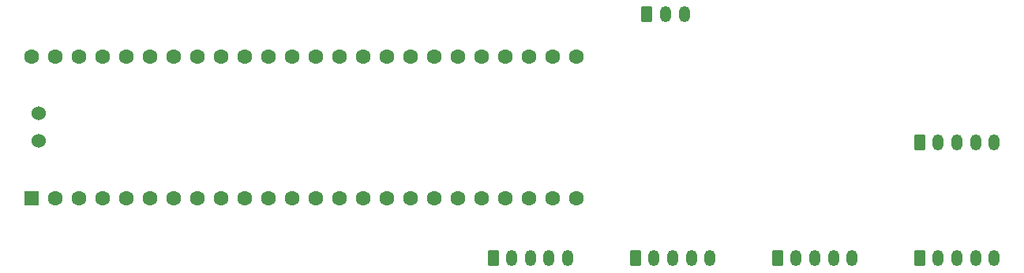
<source format=gts>
%TF.GenerationSoftware,KiCad,Pcbnew,8.0.0*%
%TF.CreationDate,2025-02-04T21:38:50+01:00*%
%TF.ProjectId,ni404,6e693430-342e-46b6-9963-61645f706362,rev?*%
%TF.SameCoordinates,Original*%
%TF.FileFunction,Soldermask,Top*%
%TF.FilePolarity,Negative*%
%FSLAX46Y46*%
G04 Gerber Fmt 4.6, Leading zero omitted, Abs format (unit mm)*
G04 Created by KiCad (PCBNEW 8.0.0) date 2025-02-04 21:38:50*
%MOMM*%
%LPD*%
G01*
G04 APERTURE LIST*
G04 Aperture macros list*
%AMRoundRect*
0 Rectangle with rounded corners*
0 $1 Rounding radius*
0 $2 $3 $4 $5 $6 $7 $8 $9 X,Y pos of 4 corners*
0 Add a 4 corners polygon primitive as box body*
4,1,4,$2,$3,$4,$5,$6,$7,$8,$9,$2,$3,0*
0 Add four circle primitives for the rounded corners*
1,1,$1+$1,$2,$3*
1,1,$1+$1,$4,$5*
1,1,$1+$1,$6,$7*
1,1,$1+$1,$8,$9*
0 Add four rect primitives between the rounded corners*
20,1,$1+$1,$2,$3,$4,$5,0*
20,1,$1+$1,$4,$5,$6,$7,0*
20,1,$1+$1,$6,$7,$8,$9,0*
20,1,$1+$1,$8,$9,$2,$3,0*%
G04 Aperture macros list end*
%ADD10R,1.600000X1.600000*%
%ADD11C,1.600000*%
%ADD12C,1.524000*%
%ADD13RoundRect,0.250000X-0.350000X-0.625000X0.350000X-0.625000X0.350000X0.625000X-0.350000X0.625000X0*%
%ADD14O,1.200000X1.750000*%
G04 APERTURE END LIST*
D10*
X32290000Y-48740000D03*
D11*
X34830000Y-48740000D03*
X37370000Y-48740000D03*
X39910000Y-48740000D03*
X42450000Y-48740000D03*
X44990000Y-48740000D03*
X47530000Y-48740000D03*
X50070000Y-48740000D03*
X52610000Y-48740000D03*
X55150000Y-48740000D03*
X57690000Y-48740000D03*
X60230000Y-48740000D03*
X62770000Y-48740000D03*
X65310000Y-48740000D03*
X67850000Y-48740000D03*
X70390000Y-48740000D03*
X72930000Y-48740000D03*
X75470000Y-48740000D03*
X78010000Y-48740000D03*
X80550000Y-48740000D03*
X83090000Y-48740000D03*
X85630000Y-48740000D03*
X88170000Y-48740000D03*
X90710000Y-48740000D03*
X90710000Y-33500000D03*
X88170000Y-33500000D03*
X85630000Y-33500000D03*
X83090000Y-33500000D03*
X80550000Y-33500000D03*
X78010000Y-33500000D03*
X75470000Y-33500000D03*
X72930000Y-33500000D03*
X70390000Y-33500000D03*
X67850000Y-33500000D03*
X65310000Y-33500000D03*
X62770000Y-33500000D03*
X60230000Y-33500000D03*
X57690000Y-33500000D03*
X55150000Y-33500000D03*
X52610000Y-33500000D03*
X50070000Y-33500000D03*
X47530000Y-33500000D03*
X44990000Y-33500000D03*
X42450000Y-33500000D03*
X39910000Y-33500000D03*
X37370000Y-33500000D03*
X34830000Y-33500000D03*
X32290000Y-33500000D03*
D12*
X33000000Y-39620000D03*
X33000000Y-42620000D03*
D13*
X112250000Y-55250000D03*
D14*
X114250000Y-55250000D03*
X116250000Y-55250000D03*
X118250000Y-55250000D03*
X120250000Y-55250000D03*
X135500000Y-42750000D03*
X133500000Y-42750000D03*
X131500000Y-42750000D03*
X129500000Y-42750000D03*
D13*
X127500000Y-42750000D03*
X81750000Y-55250000D03*
D14*
X83750000Y-55250000D03*
X85750000Y-55250000D03*
X87750000Y-55250000D03*
X89750000Y-55250000D03*
D13*
X98250000Y-29000000D03*
D14*
X100250000Y-29000000D03*
X102250000Y-29000000D03*
X135500000Y-55250000D03*
X133500000Y-55250000D03*
X131500000Y-55250000D03*
X129500000Y-55250000D03*
D13*
X127500000Y-55250000D03*
X97000000Y-55250000D03*
D14*
X99000000Y-55250000D03*
X101000000Y-55250000D03*
X103000000Y-55250000D03*
X105000000Y-55250000D03*
M02*

</source>
